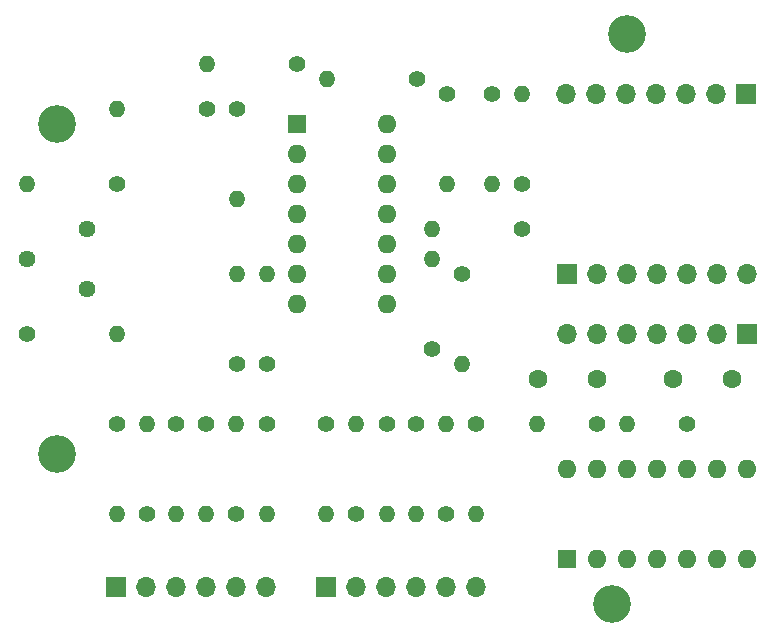
<source format=gbr>
%TF.GenerationSoftware,KiCad,Pcbnew,7.0.7*%
%TF.CreationDate,2024-04-26T13:10:04-04:00*%
%TF.ProjectId,xiao-rp2040-uno,7869616f-2d72-4703-9230-34302d756e6f,rev?*%
%TF.SameCoordinates,Original*%
%TF.FileFunction,Soldermask,Bot*%
%TF.FilePolarity,Negative*%
%FSLAX46Y46*%
G04 Gerber Fmt 4.6, Leading zero omitted, Abs format (unit mm)*
G04 Created by KiCad (PCBNEW 7.0.7) date 2024-04-26 13:10:04*
%MOMM*%
%LPD*%
G01*
G04 APERTURE LIST*
%ADD10C,1.400000*%
%ADD11O,1.400000X1.400000*%
%ADD12R,1.700000X1.700000*%
%ADD13O,1.700000X1.700000*%
%ADD14R,1.600000X1.600000*%
%ADD15O,1.600000X1.600000*%
%ADD16C,1.600000*%
%ADD17C,3.200000*%
%ADD18C,1.440000*%
G04 APERTURE END LIST*
D10*
%TO.C,R2*%
X116450000Y-82220000D03*
D11*
X116450000Y-89840000D03*
%TD*%
D10*
%TO.C,R28*%
X159690000Y-82220000D03*
D11*
X154610000Y-82220000D03*
%TD*%
D10*
%TO.C,R27*%
X152070000Y-82220000D03*
D11*
X146990000Y-82220000D03*
%TD*%
D12*
%TO.C,J6*%
X149530000Y-69520000D03*
D13*
X152070000Y-69520000D03*
X154610000Y-69520000D03*
X157150000Y-69520000D03*
X159690000Y-69520000D03*
X162230000Y-69520000D03*
X164770000Y-69520000D03*
%TD*%
D10*
%TO.C,R5*%
X129150000Y-82220000D03*
D11*
X129150000Y-89840000D03*
%TD*%
D14*
%TO.C,U1*%
X126670000Y-56820000D03*
D15*
X126670000Y-59360000D03*
X126670000Y-61900000D03*
X126670000Y-64440000D03*
X126670000Y-66980000D03*
X126670000Y-69520000D03*
X126670000Y-72060000D03*
X134290000Y-72060000D03*
X134290000Y-69520000D03*
X134290000Y-66980000D03*
X134290000Y-64440000D03*
X134290000Y-61900000D03*
X134290000Y-59360000D03*
X134290000Y-56820000D03*
%TD*%
D16*
%TO.C,C1*%
X152070000Y-78410000D03*
X147070000Y-78410000D03*
%TD*%
D10*
%TO.C,R9*%
X121590000Y-55550000D03*
D11*
X121590000Y-63170000D03*
%TD*%
D17*
%TO.C,MH3*%
X106350000Y-84760000D03*
%TD*%
D10*
%TO.C,R17*%
X111430000Y-61900000D03*
D11*
X103810000Y-61900000D03*
%TD*%
D12*
%TO.C,J5*%
X164710000Y-54280000D03*
D13*
X162170000Y-54280000D03*
X159630000Y-54280000D03*
X157090000Y-54280000D03*
X154550000Y-54280000D03*
X152010000Y-54280000D03*
X149470000Y-54280000D03*
%TD*%
D10*
%TO.C,R3*%
X118990000Y-82220000D03*
D11*
X118990000Y-89840000D03*
%TD*%
D10*
%TO.C,R7*%
X136770000Y-82220000D03*
D11*
X136770000Y-89840000D03*
%TD*%
D10*
%TO.C,R21*%
X145720000Y-65710000D03*
D11*
X138100000Y-65710000D03*
%TD*%
D12*
%TO.C,J1*%
X111370000Y-96070000D03*
D13*
X113910000Y-96070000D03*
X116450000Y-96070000D03*
X118990000Y-96070000D03*
X121530000Y-96070000D03*
X124070000Y-96070000D03*
%TD*%
D10*
%TO.C,R18*%
X103810000Y-74600000D03*
D11*
X111430000Y-74600000D03*
%TD*%
D16*
%TO.C,C2*%
X158500000Y-78410000D03*
X163500000Y-78410000D03*
%TD*%
D10*
%TO.C,R13*%
X113970000Y-89840000D03*
D11*
X113970000Y-82220000D03*
%TD*%
D10*
%TO.C,R15*%
X131690000Y-89840000D03*
D11*
X131690000Y-82220000D03*
%TD*%
D10*
%TO.C,R10*%
X124130000Y-77140000D03*
D11*
X124130000Y-69520000D03*
%TD*%
D10*
%TO.C,R11*%
X138100000Y-75870000D03*
D11*
X138100000Y-68250000D03*
%TD*%
D10*
%TO.C,R20*%
X136830000Y-53010000D03*
D11*
X129210000Y-53010000D03*
%TD*%
D10*
%TO.C,R26*%
X119050000Y-55550000D03*
D11*
X111430000Y-55550000D03*
%TD*%
D12*
%TO.C,J2*%
X129150000Y-96070000D03*
D13*
X131690000Y-96070000D03*
X134230000Y-96070000D03*
X136770000Y-96070000D03*
X139310000Y-96070000D03*
X141850000Y-96070000D03*
%TD*%
D10*
%TO.C,R4*%
X124130000Y-82220000D03*
D11*
X124130000Y-89840000D03*
%TD*%
D10*
%TO.C,R14*%
X121530000Y-89840000D03*
D11*
X121530000Y-82220000D03*
%TD*%
D10*
%TO.C,R22*%
X145720000Y-61900000D03*
D11*
X145720000Y-54280000D03*
%TD*%
D12*
%TO.C,J4*%
X164770000Y-74600000D03*
D13*
X162230000Y-74600000D03*
X159690000Y-74600000D03*
X157150000Y-74600000D03*
X154610000Y-74600000D03*
X152070000Y-74600000D03*
X149530000Y-74600000D03*
%TD*%
D17*
%TO.C,MH2*%
X154610000Y-49200000D03*
%TD*%
D10*
%TO.C,R19*%
X126670000Y-51740000D03*
D11*
X119050000Y-51740000D03*
%TD*%
D10*
%TO.C,R16*%
X139310000Y-89840000D03*
D11*
X139310000Y-82220000D03*
%TD*%
D14*
%TO.C,U2*%
X149530000Y-93650000D03*
D15*
X152070000Y-93650000D03*
X154610000Y-93650000D03*
X157150000Y-93650000D03*
X159690000Y-93650000D03*
X162230000Y-93650000D03*
X164770000Y-93650000D03*
X164770000Y-86030000D03*
X162230000Y-86030000D03*
X159690000Y-86030000D03*
X157150000Y-86030000D03*
X154610000Y-86030000D03*
X152070000Y-86030000D03*
X149530000Y-86030000D03*
%TD*%
D10*
%TO.C,R8*%
X141850000Y-82220000D03*
D11*
X141850000Y-89840000D03*
%TD*%
D10*
%TO.C,R24*%
X140640000Y-69520000D03*
D11*
X140640000Y-77140000D03*
%TD*%
D10*
%TO.C,R6*%
X134290000Y-82220000D03*
D11*
X134290000Y-89840000D03*
%TD*%
D10*
%TO.C,R1*%
X111430000Y-82220000D03*
D11*
X111430000Y-89840000D03*
%TD*%
D17*
%TO.C,MH4*%
X106350000Y-56820000D03*
%TD*%
D10*
%TO.C,R12*%
X139370000Y-54280000D03*
D11*
X139370000Y-61900000D03*
%TD*%
D18*
%TO.C,RV1*%
X108890000Y-65710000D03*
X103810000Y-68250000D03*
X108890000Y-70790000D03*
%TD*%
D10*
%TO.C,R23*%
X143180000Y-54280000D03*
D11*
X143180000Y-61900000D03*
%TD*%
D17*
%TO.C,MH1*%
X153340000Y-97460000D03*
%TD*%
D10*
%TO.C,R25*%
X121590000Y-77140000D03*
D11*
X121590000Y-69520000D03*
%TD*%
M02*

</source>
